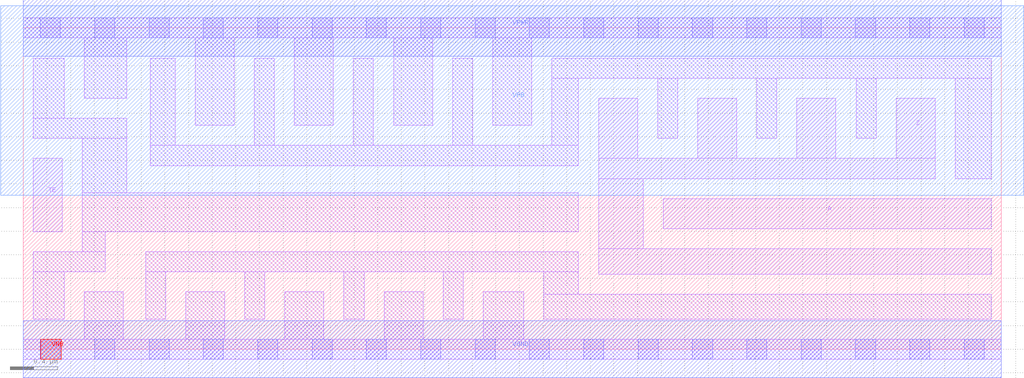
<source format=lef>
# Copyright 2020 The SkyWater PDK Authors
#
# Licensed under the Apache License, Version 2.0 (the "License");
# you may not use this file except in compliance with the License.
# You may obtain a copy of the License at
#
#     https://www.apache.org/licenses/LICENSE-2.0
#
# Unless required by applicable law or agreed to in writing, software
# distributed under the License is distributed on an "AS IS" BASIS,
# WITHOUT WARRANTIES OR CONDITIONS OF ANY KIND, either express or implied.
# See the License for the specific language governing permissions and
# limitations under the License.
#
# SPDX-License-Identifier: Apache-2.0

VERSION 5.7 ;
  NOWIREEXTENSIONATPIN ON ;
  DIVIDERCHAR "/" ;
  BUSBITCHARS "[]" ;
MACRO sky130_fd_sc_hd__einvp_8
  CLASS CORE ;
  FOREIGN sky130_fd_sc_hd__einvp_8 ;
  ORIGIN  0.000000  0.000000 ;
  SIZE  8.280000 BY  2.720000 ;
  SYMMETRY X Y R90 ;
  SITE unithd ;
  PIN A
    ANTENNAGATEAREA  1.980000 ;
    DIRECTION INPUT ;
    USE SIGNAL ;
    PORT
      LAYER li1 ;
        RECT 5.420000 1.020000 8.195000 1.275000 ;
    END
  END A
  PIN TE
    ANTENNAGATEAREA  1.027500 ;
    DIRECTION INPUT ;
    USE SIGNAL ;
    PORT
      LAYER li1 ;
        RECT 0.085000 0.995000 0.330000 1.615000 ;
    END
  END TE
  PIN Z
    ANTENNADIFFAREA  1.782000 ;
    DIRECTION OUTPUT ;
    USE SIGNAL ;
    PORT
      LAYER li1 ;
        RECT 4.870000 0.635000 8.195000 0.850000 ;
        RECT 4.870000 0.850000 5.250000 1.445000 ;
        RECT 4.870000 1.445000 7.720000 1.615000 ;
        RECT 4.870000 1.615000 5.200000 2.125000 ;
        RECT 5.710000 1.615000 6.040000 2.125000 ;
        RECT 6.550000 1.615000 6.880000 2.125000 ;
        RECT 7.390000 1.615000 7.720000 2.125000 ;
    END
  END Z
  PIN VGND
    DIRECTION INOUT ;
    SHAPE ABUTMENT ;
    USE GROUND ;
    PORT
      LAYER met1 ;
        RECT 0.000000 -0.240000 8.280000 0.240000 ;
    END
  END VGND
  PIN VNB
    DIRECTION INOUT ;
    USE GROUND ;
    PORT
      LAYER pwell ;
        RECT 0.150000 -0.085000 0.320000 0.085000 ;
    END
  END VNB
  PIN VPB
    DIRECTION INOUT ;
    USE POWER ;
    PORT
      LAYER nwell ;
        RECT -0.190000 1.305000 8.470000 2.910000 ;
    END
  END VPB
  PIN VPWR
    DIRECTION INOUT ;
    SHAPE ABUTMENT ;
    USE POWER ;
    PORT
      LAYER met1 ;
        RECT 0.000000 2.480000 8.280000 2.960000 ;
    END
  END VPWR
  OBS
    LAYER li1 ;
      RECT 0.000000 -0.085000 8.280000 0.085000 ;
      RECT 0.000000  2.635000 8.280000 2.805000 ;
      RECT 0.085000  0.255000 0.345000 0.655000 ;
      RECT 0.085000  0.655000 0.695000 0.825000 ;
      RECT 0.085000  1.785000 0.875000 1.955000 ;
      RECT 0.085000  1.955000 0.345000 2.465000 ;
      RECT 0.500000  0.825000 0.695000 0.995000 ;
      RECT 0.500000  0.995000 4.700000 1.325000 ;
      RECT 0.500000  1.325000 0.875000 1.785000 ;
      RECT 0.515000  0.085000 0.845000 0.485000 ;
      RECT 0.515000  2.125000 0.875000 2.635000 ;
      RECT 1.035000  0.255000 1.205000 0.655000 ;
      RECT 1.035000  0.655000 4.700000 0.825000 ;
      RECT 1.075000  1.555000 4.700000 1.725000 ;
      RECT 1.075000  1.725000 1.285000 2.465000 ;
      RECT 1.375000  0.085000 1.705000 0.485000 ;
      RECT 1.455000  1.895000 1.785000 2.635000 ;
      RECT 1.875000  0.255000 2.045000 0.655000 ;
      RECT 1.955000  1.725000 2.125000 2.465000 ;
      RECT 2.215000  0.085000 2.545000 0.485000 ;
      RECT 2.295000  1.895000 2.625000 2.635000 ;
      RECT 2.715000  0.255000 2.885000 0.655000 ;
      RECT 2.795000  1.725000 2.965000 2.465000 ;
      RECT 3.055000  0.085000 3.385000 0.485000 ;
      RECT 3.135000  1.895000 3.465000 2.635000 ;
      RECT 3.555000  0.255000 3.725000 0.655000 ;
      RECT 3.635000  1.725000 3.805000 2.465000 ;
      RECT 3.895000  0.085000 4.235000 0.485000 ;
      RECT 3.975000  1.895000 4.305000 2.635000 ;
      RECT 4.405000  0.255000 8.195000 0.465000 ;
      RECT 4.405000  0.465000 4.700000 0.655000 ;
      RECT 4.475000  1.725000 4.700000 2.295000 ;
      RECT 4.475000  2.295000 8.195000 2.465000 ;
      RECT 5.370000  1.785000 5.540000 2.295000 ;
      RECT 6.210000  1.785000 6.380000 2.295000 ;
      RECT 7.050000  1.785000 7.220000 2.295000 ;
      RECT 7.890000  1.445000 8.195000 2.295000 ;
    LAYER mcon ;
      RECT 0.145000 -0.085000 0.315000 0.085000 ;
      RECT 0.145000  2.635000 0.315000 2.805000 ;
      RECT 0.605000 -0.085000 0.775000 0.085000 ;
      RECT 0.605000  2.635000 0.775000 2.805000 ;
      RECT 1.065000 -0.085000 1.235000 0.085000 ;
      RECT 1.065000  2.635000 1.235000 2.805000 ;
      RECT 1.525000 -0.085000 1.695000 0.085000 ;
      RECT 1.525000  2.635000 1.695000 2.805000 ;
      RECT 1.985000 -0.085000 2.155000 0.085000 ;
      RECT 1.985000  2.635000 2.155000 2.805000 ;
      RECT 2.445000 -0.085000 2.615000 0.085000 ;
      RECT 2.445000  2.635000 2.615000 2.805000 ;
      RECT 2.905000 -0.085000 3.075000 0.085000 ;
      RECT 2.905000  2.635000 3.075000 2.805000 ;
      RECT 3.365000 -0.085000 3.535000 0.085000 ;
      RECT 3.365000  2.635000 3.535000 2.805000 ;
      RECT 3.825000 -0.085000 3.995000 0.085000 ;
      RECT 3.825000  2.635000 3.995000 2.805000 ;
      RECT 4.285000 -0.085000 4.455000 0.085000 ;
      RECT 4.285000  2.635000 4.455000 2.805000 ;
      RECT 4.745000 -0.085000 4.915000 0.085000 ;
      RECT 4.745000  2.635000 4.915000 2.805000 ;
      RECT 5.205000 -0.085000 5.375000 0.085000 ;
      RECT 5.205000  2.635000 5.375000 2.805000 ;
      RECT 5.665000 -0.085000 5.835000 0.085000 ;
      RECT 5.665000  2.635000 5.835000 2.805000 ;
      RECT 6.125000 -0.085000 6.295000 0.085000 ;
      RECT 6.125000  2.635000 6.295000 2.805000 ;
      RECT 6.585000 -0.085000 6.755000 0.085000 ;
      RECT 6.585000  2.635000 6.755000 2.805000 ;
      RECT 7.045000 -0.085000 7.215000 0.085000 ;
      RECT 7.045000  2.635000 7.215000 2.805000 ;
      RECT 7.505000 -0.085000 7.675000 0.085000 ;
      RECT 7.505000  2.635000 7.675000 2.805000 ;
      RECT 7.965000 -0.085000 8.135000 0.085000 ;
      RECT 7.965000  2.635000 8.135000 2.805000 ;
  END
END sky130_fd_sc_hd__einvp_8
END LIBRARY

</source>
